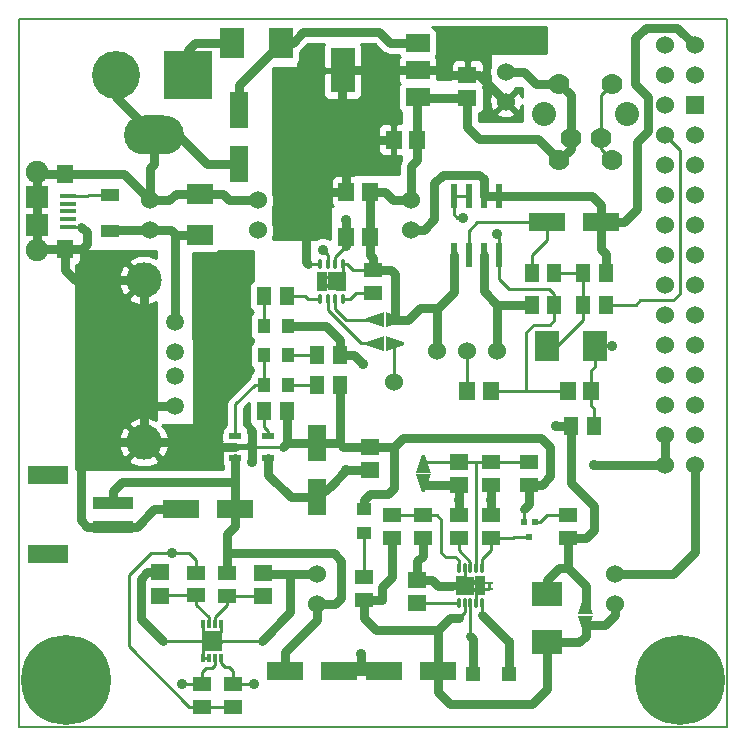
<source format=gtl>
G04 (created by PCBNEW (2013-03-15 BZR 4003)-stable) date 24-Aug-13 4:32:32 PM*
%MOIN*%
G04 Gerber Fmt 3.4, Leading zero omitted, Abs format*
%FSLAX34Y34*%
G01*
G70*
G90*
G04 APERTURE LIST*
%ADD10C,0*%
%ADD11C,0.00590551*%
%ADD12R,0.0531496X0.0610236*%
%ADD13R,0.064X0.12*%
%ADD14R,0.12X0.064*%
%ADD15R,0.0610236X0.0531496*%
%ADD16R,0.0511811X0.0511811*%
%ADD17R,0.0512X0.059*%
%ADD18R,0.059X0.0512*%
%ADD19C,0.07*%
%ADD20C,0.08*%
%ADD21R,0.0433071X0.023622*%
%ADD22R,0.0787402X0.0984252*%
%ADD23R,0.0874016X0.0688976*%
%ADD24R,0.04X0.05*%
%ADD25R,0.0984252X0.0787402*%
%ADD26R,0.05X0.04*%
%ADD27R,0.0629921X0.0393701*%
%ADD28R,0.1337X0.059*%
%ADD29R,0.1377X0.0392*%
%ADD30C,0.06*%
%ADD31R,0.06X0.06*%
%ADD32C,0.16*%
%ADD33R,0.16X0.16*%
%ADD34O,0.2X0.13*%
%ADD35R,0.024X0.08*%
%ADD36R,0.054X0.016*%
%ADD37R,0.056X0.063*%
%ADD38R,0.075X0.075*%
%ADD39C,0.075*%
%ADD40O,0.0110236X0.0334646*%
%ADD41R,0.0299213X0.0645669*%
%ADD42R,0.0322835X0.0322835*%
%ADD43R,0.0275591X0.0110236*%
%ADD44C,0.0591*%
%ADD45C,0.1181*%
%ADD46O,0.0137795X0.0334646*%
%ADD47R,0.0299213X0.0649606*%
%ADD48R,0.0322835X0.0324803*%
%ADD49R,0.011811X0.0275591*%
%ADD50R,0.0322835X0.0346457*%
%ADD51C,0.3*%
%ADD52R,0.019685X0.023622*%
%ADD53R,0.08X0.15*%
%ADD54R,0.08X0.06*%
%ADD55C,0.035*%
%ADD56C,0.01*%
%ADD57C,0.03*%
%ADD58C,0.02*%
G04 APERTURE END LIST*
G54D10*
G54D11*
X34547Y-31003D02*
X34547Y-7381D01*
X58169Y-31003D02*
X34547Y-31003D01*
X58169Y-7381D02*
X58169Y-31003D01*
X34547Y-7381D02*
X58169Y-7381D01*
G54D12*
X47834Y-11417D03*
X47047Y-11417D03*
G54D13*
X44488Y-23340D03*
X44488Y-21540D03*
G54D14*
X41746Y-23720D03*
X39946Y-23720D03*
G54D15*
X49212Y-22145D03*
X49212Y-22933D03*
X47834Y-26082D03*
X47834Y-26870D03*
G54D14*
X43430Y-29133D03*
X45230Y-29133D03*
G54D16*
X50885Y-29232D03*
X49704Y-29232D03*
G54D17*
X45256Y-18602D03*
X44506Y-18602D03*
X44506Y-19586D03*
X45256Y-19586D03*
X42735Y-20472D03*
X43485Y-20472D03*
G54D18*
X50295Y-22914D03*
X50295Y-22164D03*
X52854Y-24686D03*
X52854Y-23936D03*
X49212Y-23936D03*
X49212Y-24686D03*
X50295Y-23936D03*
X50295Y-24686D03*
X46988Y-24686D03*
X46988Y-23936D03*
X46062Y-26752D03*
X46062Y-26002D03*
X46358Y-16516D03*
X46358Y-15766D03*
G54D17*
X43485Y-16633D03*
X42735Y-16633D03*
G54D18*
X51574Y-22164D03*
X51574Y-22914D03*
X48011Y-23936D03*
X48011Y-24686D03*
X41496Y-25865D03*
X41496Y-26615D03*
G54D10*
G36*
X53394Y-26638D02*
X53494Y-26638D01*
X53694Y-27238D01*
X53194Y-27238D01*
X53394Y-26638D01*
X53394Y-26638D01*
G37*
G36*
X53194Y-27288D02*
X53694Y-27288D01*
X53494Y-27888D01*
X53394Y-27888D01*
X53194Y-27288D01*
X53194Y-27288D01*
G37*
G36*
X47981Y-21914D02*
X48081Y-21914D01*
X48281Y-22514D01*
X47781Y-22514D01*
X47981Y-21914D01*
X47981Y-21914D01*
G37*
G36*
X47781Y-22564D02*
X48281Y-22564D01*
X48081Y-23164D01*
X47981Y-23164D01*
X47781Y-22564D01*
X47781Y-22564D01*
G37*
G54D19*
X54319Y-9547D03*
X52569Y-9547D03*
G54D20*
X54819Y-10547D03*
X52069Y-10547D03*
G54D19*
X52569Y-12097D03*
X54319Y-12097D03*
X52944Y-11347D03*
X53944Y-11347D03*
G54D21*
X41771Y-21279D03*
X41771Y-22027D03*
X41771Y-21653D03*
X42874Y-22027D03*
X42874Y-21279D03*
G54D14*
X48518Y-29133D03*
X46718Y-29133D03*
G54D12*
X46259Y-13149D03*
X45472Y-13149D03*
X46259Y-14665D03*
X45472Y-14665D03*
G54D13*
X41889Y-10438D03*
X41889Y-12238D03*
G54D15*
X49507Y-9251D03*
X49507Y-10039D03*
X46259Y-21653D03*
X46259Y-22440D03*
G54D12*
X49507Y-19783D03*
X50295Y-19783D03*
G54D14*
X53951Y-14173D03*
X52151Y-14173D03*
G54D15*
X42677Y-25846D03*
X42677Y-26633D03*
X39271Y-25826D03*
X39271Y-26614D03*
G54D12*
X53641Y-19783D03*
X52854Y-19783D03*
G54D22*
X43287Y-8188D03*
X41673Y-8188D03*
G54D23*
X40604Y-13214D03*
X40604Y-14592D03*
G54D24*
X42710Y-19586D03*
X43510Y-19586D03*
X43510Y-18602D03*
X42710Y-18602D03*
G54D25*
X52165Y-26555D03*
X52165Y-28169D03*
G54D26*
X46062Y-24514D03*
X46062Y-23714D03*
G54D24*
X43510Y-17618D03*
X42710Y-17618D03*
G54D22*
X53759Y-18307D03*
X52145Y-18307D03*
G54D27*
X37604Y-14443D03*
X37604Y-13262D03*
G54D28*
X35511Y-22599D03*
G54D29*
X37696Y-23524D03*
X37696Y-24310D03*
G54D28*
X35511Y-25235D03*
G54D30*
X48507Y-18444D03*
X49507Y-18444D03*
X50507Y-18444D03*
X50787Y-10145D03*
X50787Y-9145D03*
X42519Y-14437D03*
X42519Y-13437D03*
X44488Y-26877D03*
X44488Y-25877D03*
X54429Y-26877D03*
X54429Y-25877D03*
X47618Y-14437D03*
X47618Y-13437D03*
X56084Y-8271D03*
X57084Y-8271D03*
X56084Y-9271D03*
X57084Y-9271D03*
X56084Y-10271D03*
G54D31*
X57084Y-10271D03*
G54D30*
X56084Y-11271D03*
X57084Y-11271D03*
X56084Y-12271D03*
X57084Y-12271D03*
X56084Y-13271D03*
X57084Y-13271D03*
X56084Y-14271D03*
X57084Y-14271D03*
X56084Y-15271D03*
X57084Y-15271D03*
X56084Y-16271D03*
X57084Y-16271D03*
X56084Y-17271D03*
X57084Y-17271D03*
X56084Y-18271D03*
X57084Y-18271D03*
X56084Y-19271D03*
X57084Y-19271D03*
X56084Y-20271D03*
X57084Y-20271D03*
G54D32*
X37795Y-9251D03*
G54D33*
X40195Y-9251D03*
G54D34*
X39045Y-11251D03*
G54D35*
X49053Y-13301D03*
X49053Y-15242D03*
X49553Y-13301D03*
X50053Y-13301D03*
X50553Y-13301D03*
X49553Y-15242D03*
X50053Y-15242D03*
X50553Y-15242D03*
G54D18*
X40472Y-25845D03*
X40472Y-26595D03*
X41692Y-30315D03*
X41692Y-29565D03*
X40669Y-30315D03*
X40669Y-29565D03*
G54D17*
X52971Y-20964D03*
X53721Y-20964D03*
X51652Y-16929D03*
X52402Y-16929D03*
X54115Y-15846D03*
X53365Y-15846D03*
X53365Y-16929D03*
X54115Y-16929D03*
X52402Y-15846D03*
X51652Y-15846D03*
G54D10*
G36*
X46126Y-18258D02*
X46126Y-18158D01*
X46726Y-17958D01*
X46726Y-18458D01*
X46126Y-18258D01*
X46126Y-18258D01*
G37*
G36*
X46776Y-18458D02*
X46776Y-17958D01*
X47376Y-18158D01*
X47376Y-18258D01*
X46776Y-18458D01*
X46776Y-18458D01*
G37*
G36*
X46126Y-17471D02*
X46126Y-17371D01*
X46726Y-17171D01*
X46726Y-17671D01*
X46126Y-17471D01*
X46126Y-17471D01*
G37*
G36*
X46776Y-17671D02*
X46776Y-17171D01*
X47376Y-17371D01*
X47376Y-17471D01*
X46776Y-17671D01*
X46776Y-17671D01*
G37*
G54D30*
X47047Y-19488D03*
G54D36*
X36200Y-13799D03*
X36200Y-14055D03*
X36200Y-14311D03*
X36200Y-13543D03*
X36200Y-13287D03*
G54D37*
X36100Y-12549D03*
X36100Y-15049D03*
G54D38*
X35150Y-13324D03*
X35150Y-14274D03*
G54D39*
X35150Y-12499D03*
X35150Y-15099D03*
G54D40*
X50000Y-25698D03*
X49803Y-25698D03*
X49606Y-25698D03*
X49409Y-25698D03*
X49212Y-25698D03*
X49212Y-26860D03*
X49409Y-26860D03*
X49606Y-26860D03*
X49803Y-26860D03*
X50000Y-26860D03*
G54D41*
X49606Y-26279D03*
G54D42*
X49299Y-26440D03*
X49299Y-26118D03*
X49913Y-26118D03*
X49913Y-26440D03*
G54D43*
X49000Y-26181D03*
X49000Y-26377D03*
X50212Y-26181D03*
X50212Y-26377D03*
G54D44*
X39763Y-20297D03*
X39763Y-19297D03*
X39763Y-18497D03*
X39763Y-17497D03*
G54D45*
X38713Y-21497D03*
X38713Y-16097D03*
G54D46*
X45364Y-15561D03*
X45108Y-15561D03*
X44852Y-15561D03*
X44596Y-15561D03*
X44596Y-16722D03*
X44852Y-16722D03*
X45106Y-16722D03*
X45364Y-16722D03*
G54D47*
X44980Y-16141D03*
G54D48*
X44673Y-16304D03*
X44673Y-15979D03*
X45287Y-15979D03*
X45287Y-16304D03*
G54D49*
X41280Y-27551D03*
X41083Y-27551D03*
X40887Y-27551D03*
X40690Y-27551D03*
X40690Y-28693D03*
X40887Y-28693D03*
X41083Y-28693D03*
X41280Y-28693D03*
G54D50*
X41146Y-28295D03*
X40824Y-28295D03*
X41146Y-27949D03*
X40824Y-27949D03*
G54D51*
X36122Y-29429D03*
X56594Y-29429D03*
G54D52*
X51771Y-24153D03*
X51574Y-24665D03*
X51377Y-24153D03*
G54D30*
X38937Y-14437D03*
X38937Y-13437D03*
X56084Y-21271D03*
X56084Y-22271D03*
X57084Y-21271D03*
X57084Y-22271D03*
G54D53*
X45350Y-9100D03*
G54D54*
X47850Y-9100D03*
X47850Y-8200D03*
X47850Y-10000D03*
G54D55*
X39675Y-25196D03*
X45472Y-22440D03*
X46023Y-18897D03*
X44685Y-15078D03*
X52460Y-20964D03*
X45472Y-14094D03*
X53740Y-22273D03*
X39980Y-29566D03*
X42401Y-29566D03*
X50885Y-28149D03*
X49212Y-23425D03*
X50295Y-23425D03*
X41240Y-21653D03*
X41240Y-21161D03*
X40748Y-21161D03*
X40748Y-21653D03*
X40748Y-22145D03*
X41240Y-22145D03*
X42322Y-21161D03*
X42322Y-22145D03*
X45974Y-28562D03*
X54330Y-18307D03*
X50492Y-14566D03*
X49350Y-14015D03*
G54D56*
X40472Y-25845D02*
X40472Y-25433D01*
X40237Y-30315D02*
X40669Y-30315D01*
X38228Y-28307D02*
X40237Y-30315D01*
X38228Y-25925D02*
X38228Y-28307D01*
X38956Y-25196D02*
X38228Y-25925D01*
X40236Y-25196D02*
X39675Y-25196D01*
X39675Y-25196D02*
X38956Y-25196D01*
X40472Y-25433D02*
X40236Y-25196D01*
X40669Y-30315D02*
X41692Y-30315D01*
X49409Y-26860D02*
X49409Y-27165D01*
G54D57*
X49212Y-27362D02*
X48917Y-27362D01*
X48518Y-27761D02*
X48917Y-27362D01*
X48518Y-27761D02*
X48518Y-27765D01*
G54D56*
X49409Y-27165D02*
X49212Y-27362D01*
G54D57*
X46062Y-26752D02*
X46062Y-27362D01*
X46466Y-27765D02*
X48518Y-27765D01*
X46062Y-27362D02*
X46466Y-27765D01*
X48518Y-29133D02*
X48518Y-27765D01*
X52165Y-28169D02*
X52165Y-29714D01*
X48518Y-29817D02*
X48518Y-29133D01*
X48917Y-30216D02*
X48518Y-29817D01*
X51663Y-30216D02*
X48917Y-30216D01*
X52165Y-29714D02*
X51663Y-30216D01*
X52165Y-28169D02*
X53228Y-28169D01*
X53228Y-28169D02*
X53444Y-27952D01*
X53444Y-27952D02*
X53444Y-27588D01*
X54429Y-26877D02*
X54429Y-27263D01*
X54429Y-27263D02*
X54104Y-27588D01*
X54104Y-27588D02*
X53444Y-27588D01*
X46988Y-24686D02*
X46988Y-25984D01*
X46653Y-26318D02*
X46653Y-26771D01*
X46988Y-25984D02*
X46653Y-26318D01*
X46653Y-26771D02*
X46081Y-26771D01*
X46081Y-26771D02*
X46062Y-26752D01*
X53466Y-27566D02*
X53444Y-27588D01*
X47850Y-9100D02*
X45350Y-9100D01*
X49507Y-9251D02*
X48838Y-9251D01*
X48686Y-9100D02*
X47850Y-9100D01*
X48838Y-9251D02*
X48686Y-9100D01*
X45472Y-13149D02*
X44645Y-13149D01*
X44645Y-13149D02*
X44133Y-13661D01*
X45314Y-11417D02*
X45314Y-11938D01*
X45472Y-12096D02*
X45472Y-13149D01*
X45314Y-11938D02*
X45472Y-12096D01*
X45314Y-11417D02*
X45314Y-9135D01*
X45314Y-9135D02*
X45350Y-9100D01*
X49507Y-9251D02*
X49893Y-9251D01*
X49893Y-9251D02*
X50787Y-10145D01*
X44133Y-15501D02*
X44133Y-13661D01*
G54D56*
X44596Y-15561D02*
X44192Y-15561D01*
G54D57*
X44192Y-15561D02*
X44133Y-15501D01*
X45314Y-11417D02*
X47047Y-11417D01*
X50053Y-15242D02*
X50053Y-16474D01*
X50053Y-16474D02*
X50507Y-16929D01*
X52165Y-26555D02*
X52165Y-26082D01*
X52165Y-26082D02*
X52559Y-25688D01*
X53444Y-26938D02*
X53444Y-26279D01*
X53444Y-26279D02*
X52854Y-25688D01*
X52854Y-24686D02*
X52854Y-25688D01*
X52854Y-25688D02*
X52559Y-25688D01*
X50507Y-18444D02*
X50507Y-16929D01*
X50507Y-16929D02*
X51652Y-16929D01*
X44488Y-23340D02*
X43616Y-23340D01*
X43616Y-23340D02*
X42874Y-22598D01*
X46259Y-22440D02*
X45472Y-22440D01*
X45728Y-18602D02*
X45256Y-18602D01*
X46023Y-18897D02*
X45728Y-18602D01*
G54D56*
X44685Y-15078D02*
X44852Y-15246D01*
G54D57*
X52460Y-20964D02*
X52971Y-20964D01*
X52854Y-24686D02*
X53463Y-24686D01*
X53463Y-24686D02*
X53740Y-24409D01*
X53740Y-24409D02*
X53740Y-23622D01*
X53740Y-23622D02*
X52971Y-22853D01*
X52971Y-22853D02*
X52971Y-20964D01*
X45256Y-18602D02*
X45256Y-18091D01*
X44783Y-17618D02*
X43510Y-17618D01*
X45256Y-18091D02*
X44783Y-17618D01*
G54D56*
X44852Y-15561D02*
X44852Y-15246D01*
G54D57*
X44488Y-23340D02*
X44966Y-22947D01*
X44966Y-22947D02*
X45472Y-22440D01*
X42874Y-22027D02*
X42874Y-22598D01*
X55157Y-13740D02*
X55157Y-11505D01*
X55157Y-11505D02*
X55521Y-11141D01*
X55157Y-13740D02*
X54724Y-14173D01*
X55521Y-11141D02*
X55521Y-9990D01*
X56490Y-7677D02*
X55442Y-7677D01*
X56490Y-7677D02*
X57084Y-8271D01*
X55521Y-9990D02*
X55078Y-9547D01*
X55078Y-9547D02*
X55078Y-8041D01*
X55078Y-8041D02*
X55442Y-7677D01*
X54724Y-14173D02*
X53951Y-14173D01*
X57084Y-8271D02*
X57068Y-8277D01*
X50053Y-13301D02*
X50053Y-12730D01*
X50053Y-12730D02*
X49901Y-12578D01*
X49901Y-12578D02*
X48681Y-12578D01*
X48043Y-14437D02*
X47618Y-14437D01*
X48405Y-14074D02*
X48043Y-14437D01*
X48405Y-12854D02*
X48405Y-14074D01*
X48681Y-12578D02*
X48405Y-12854D01*
X54115Y-15846D02*
X54115Y-15237D01*
X54115Y-15237D02*
X53951Y-15073D01*
X53951Y-15073D02*
X53951Y-14173D01*
X50553Y-13301D02*
X53655Y-13301D01*
X53655Y-13301D02*
X53951Y-13596D01*
X53951Y-13596D02*
X53951Y-14173D01*
X50053Y-13301D02*
X50553Y-13301D01*
X40604Y-14592D02*
X39763Y-14592D01*
X39763Y-14592D02*
X39763Y-14566D01*
X39763Y-17497D02*
X39763Y-14566D01*
X39633Y-14437D02*
X38937Y-14437D01*
X39763Y-14566D02*
X39633Y-14437D01*
X45472Y-14665D02*
X45472Y-14094D01*
X38937Y-14437D02*
X37611Y-14437D01*
X37611Y-14437D02*
X37604Y-14443D01*
G54D56*
X45108Y-15561D02*
X45108Y-15324D01*
G54D57*
X45472Y-14960D02*
X45472Y-14665D01*
G54D56*
X45108Y-15324D02*
X45472Y-14960D01*
X46426Y-18208D02*
X45964Y-18208D01*
X44852Y-17096D02*
X44852Y-16722D01*
X45964Y-18208D02*
X44852Y-17096D01*
X46426Y-17421D02*
X45472Y-17421D01*
X45106Y-17055D02*
X45106Y-16722D01*
X45472Y-17421D02*
X45106Y-17055D01*
X51574Y-24665D02*
X51043Y-24665D01*
X51022Y-24686D02*
X50295Y-24686D01*
X51043Y-24665D02*
X51022Y-24686D01*
X50000Y-25698D02*
X50000Y-25393D01*
X50295Y-25098D02*
X50295Y-24686D01*
X50000Y-25393D02*
X50295Y-25098D01*
X48051Y-23936D02*
X48483Y-23936D01*
X49212Y-25433D02*
X49212Y-25698D01*
X49094Y-25314D02*
X49212Y-25433D01*
X48779Y-25314D02*
X49094Y-25314D01*
X48641Y-24094D02*
X48641Y-25177D01*
X48483Y-23936D02*
X48641Y-24094D01*
X46988Y-23936D02*
X48051Y-23936D01*
X48641Y-25177D02*
X48779Y-25314D01*
X56584Y-16545D02*
X56584Y-11771D01*
X56584Y-11771D02*
X56084Y-11271D01*
X55275Y-16771D02*
X56358Y-16771D01*
X56358Y-16771D02*
X56584Y-16545D01*
X55275Y-16771D02*
X55118Y-16929D01*
X54115Y-16929D02*
X55118Y-16929D01*
X45364Y-16722D02*
X45580Y-16722D01*
X45786Y-16516D02*
X46358Y-16516D01*
X45580Y-16722D02*
X45786Y-16516D01*
X49606Y-26860D02*
X49606Y-27952D01*
G54D57*
X49606Y-27952D02*
X49704Y-28051D01*
X49704Y-28051D02*
X49704Y-29232D01*
G54D56*
X42874Y-21279D02*
X42874Y-21122D01*
X42735Y-20983D02*
X42735Y-20472D01*
X42874Y-21122D02*
X42735Y-20983D01*
X49606Y-25698D02*
X49606Y-25492D01*
X49212Y-25098D02*
X49212Y-24686D01*
X49606Y-25492D02*
X49212Y-25098D01*
G54D57*
X56084Y-22271D02*
X53742Y-22271D01*
X53742Y-22271D02*
X53740Y-22273D01*
X56084Y-21271D02*
X56084Y-22271D01*
X40195Y-9251D02*
X40195Y-8426D01*
X40433Y-8188D02*
X41673Y-8188D01*
X40195Y-8426D02*
X40433Y-8188D01*
G54D56*
X39980Y-29566D02*
X39981Y-29565D01*
X40669Y-29565D02*
X39981Y-29565D01*
X41083Y-28693D02*
X41083Y-28916D01*
X41083Y-28916D02*
X40984Y-29015D01*
X40984Y-29015D02*
X40807Y-29015D01*
X40807Y-29015D02*
X40669Y-29153D01*
X40669Y-29153D02*
X40669Y-29565D01*
X42401Y-29566D02*
X42400Y-29565D01*
X42400Y-29565D02*
X41692Y-29565D01*
X41280Y-28693D02*
X41280Y-28859D01*
X41280Y-28859D02*
X41417Y-28996D01*
X41417Y-28996D02*
X41555Y-28996D01*
X41555Y-28996D02*
X41692Y-29133D01*
X41692Y-29133D02*
X41692Y-29565D01*
X42710Y-19586D02*
X42710Y-18602D01*
X41771Y-21279D02*
X41771Y-20236D01*
X42421Y-19586D02*
X42710Y-19586D01*
X41771Y-20236D02*
X42421Y-19586D01*
X50295Y-22164D02*
X51574Y-22164D01*
X49803Y-25698D02*
X49803Y-22164D01*
X50295Y-22164D02*
X49803Y-22164D01*
X49803Y-22164D02*
X49231Y-22164D01*
X49231Y-22164D02*
X49212Y-22145D01*
X49212Y-22145D02*
X48100Y-22145D01*
X48100Y-22145D02*
X48031Y-22214D01*
X49212Y-26860D02*
X47844Y-26860D01*
X47844Y-26860D02*
X47834Y-26870D01*
G54D57*
X41771Y-22834D02*
X37992Y-22834D01*
X37696Y-23130D02*
X37696Y-23524D01*
X37992Y-22834D02*
X37696Y-23130D01*
X41771Y-22027D02*
X41771Y-22834D01*
X41771Y-22834D02*
X41771Y-23695D01*
X41771Y-23695D02*
X41746Y-23720D01*
G54D56*
X50000Y-26860D02*
X50000Y-27263D01*
G54D57*
X50000Y-27263D02*
X50885Y-28149D01*
X43430Y-29133D02*
X43430Y-28488D01*
X44488Y-27431D02*
X44488Y-26877D01*
X43430Y-28488D02*
X44488Y-27431D01*
X50885Y-29232D02*
X50885Y-28149D01*
X41746Y-23720D02*
X41746Y-24296D01*
X41496Y-24547D02*
X41496Y-25865D01*
X41746Y-24296D02*
X41496Y-24547D01*
X44488Y-26877D02*
X45100Y-26877D01*
X45049Y-25196D02*
X41496Y-25196D01*
X45295Y-25442D02*
X45049Y-25196D01*
X45295Y-26683D02*
X45295Y-25442D01*
X45100Y-26877D02*
X45295Y-26683D01*
X41496Y-25196D02*
X41496Y-25865D01*
X50295Y-23936D02*
X50295Y-23425D01*
X49212Y-23936D02*
X49212Y-23425D01*
X49212Y-23425D02*
X49212Y-22933D01*
X50295Y-23936D02*
X50295Y-22914D01*
X49212Y-22933D02*
X48100Y-22933D01*
X48100Y-22933D02*
X48031Y-22864D01*
X57084Y-22271D02*
X57084Y-25159D01*
X57084Y-25159D02*
X56366Y-25877D01*
X49507Y-10039D02*
X47889Y-10039D01*
X47889Y-10039D02*
X47850Y-10000D01*
X49507Y-10039D02*
X49507Y-11003D01*
X49901Y-11397D02*
X51870Y-11397D01*
X51870Y-11397D02*
X52569Y-12097D01*
X49507Y-11003D02*
X49901Y-11397D01*
X47834Y-11417D02*
X47834Y-10015D01*
X47834Y-10015D02*
X47850Y-10000D01*
X56366Y-25877D02*
X54429Y-25877D01*
X38937Y-13437D02*
X39555Y-13437D01*
X39555Y-13437D02*
X39777Y-13214D01*
X38053Y-12553D02*
X38937Y-13437D01*
X38929Y-12349D02*
X38937Y-13437D01*
X42519Y-13437D02*
X41566Y-13437D01*
X41566Y-13437D02*
X41344Y-13214D01*
X39045Y-11251D02*
X39854Y-11251D01*
X40840Y-12238D02*
X41889Y-12238D01*
X39854Y-11251D02*
X40840Y-12238D01*
G54D56*
X51377Y-24153D02*
X51377Y-23740D01*
G54D57*
X51377Y-23740D02*
X51574Y-23543D01*
X51574Y-23543D02*
X51574Y-22914D01*
X38713Y-16097D02*
X36432Y-16097D01*
X36100Y-15766D02*
X36100Y-15049D01*
X36432Y-16097D02*
X36100Y-15766D01*
X36100Y-15049D02*
X36663Y-15049D01*
X36663Y-15049D02*
X36830Y-14881D01*
X36830Y-14881D02*
X36830Y-14507D01*
X36830Y-14507D02*
X36633Y-14311D01*
G54D56*
X36633Y-14311D02*
X36200Y-14311D01*
X39362Y-28122D02*
X40650Y-28122D01*
G54D57*
X38622Y-26043D02*
X38622Y-27381D01*
X38838Y-25826D02*
X38622Y-26043D01*
X39271Y-25826D02*
X38838Y-25826D01*
X39362Y-28122D02*
X38622Y-27381D01*
G54D56*
X40650Y-28122D02*
X40824Y-27949D01*
X42645Y-28122D02*
X41320Y-28122D01*
X41320Y-28122D02*
X41146Y-28295D01*
G54D57*
X42645Y-28122D02*
X43602Y-27165D01*
X43602Y-25877D02*
X43602Y-27165D01*
G54D56*
X40887Y-28693D02*
X40690Y-28693D01*
X40690Y-28693D02*
X40690Y-28429D01*
X40690Y-28429D02*
X40824Y-28295D01*
X41280Y-27551D02*
X41280Y-27815D01*
X41280Y-27815D02*
X41146Y-27949D01*
X40690Y-27551D02*
X40690Y-27815D01*
X40690Y-27815D02*
X40824Y-27949D01*
G54D57*
X41771Y-21653D02*
X41240Y-21653D01*
X41240Y-21161D02*
X40748Y-21161D01*
X40748Y-21653D02*
X40748Y-22145D01*
X41240Y-22145D02*
X41240Y-21653D01*
X42322Y-21653D02*
X42322Y-22145D01*
X42322Y-21653D02*
X42322Y-21161D01*
G54D56*
X45364Y-15561D02*
X45364Y-15902D01*
X45364Y-15902D02*
X45287Y-15979D01*
X45287Y-15979D02*
X45142Y-15979D01*
X45142Y-15979D02*
X44980Y-16141D01*
X45287Y-16304D02*
X45142Y-16304D01*
X45142Y-16304D02*
X44980Y-16141D01*
X44673Y-16304D02*
X44817Y-16304D01*
X44817Y-16304D02*
X44980Y-16141D01*
X44673Y-15979D02*
X44817Y-15979D01*
X44817Y-15979D02*
X44980Y-16141D01*
X49803Y-26860D02*
X49803Y-26551D01*
X49803Y-26551D02*
X49913Y-26440D01*
X50212Y-26377D02*
X49976Y-26377D01*
X49976Y-26377D02*
X49913Y-26440D01*
X49299Y-26440D02*
X49444Y-26440D01*
X49444Y-26440D02*
X49606Y-26279D01*
X49913Y-26118D02*
X49767Y-26118D01*
X49767Y-26118D02*
X49606Y-26279D01*
X49913Y-26440D02*
X49767Y-26440D01*
X49767Y-26440D02*
X49606Y-26279D01*
X49299Y-26118D02*
X49444Y-26118D01*
X49444Y-26118D02*
X49606Y-26279D01*
X49409Y-25698D02*
X49409Y-26007D01*
X49409Y-26007D02*
X49299Y-26118D01*
X49000Y-26181D02*
X49236Y-26181D01*
X49236Y-26181D02*
X49299Y-26118D01*
G54D57*
X47834Y-26082D02*
X48326Y-26082D01*
X48523Y-26279D02*
X49000Y-26279D01*
X48326Y-26082D02*
X48523Y-26279D01*
G54D56*
X49000Y-26181D02*
X49000Y-26279D01*
X49000Y-26279D02*
X49000Y-26377D01*
X50212Y-26181D02*
X50212Y-26377D01*
G54D57*
X45974Y-28562D02*
X45974Y-29133D01*
X46718Y-29133D02*
X45974Y-29133D01*
X45974Y-29133D02*
X45230Y-29133D01*
X49053Y-15242D02*
X49053Y-16507D01*
X49053Y-16507D02*
X48533Y-17027D01*
X37696Y-24310D02*
X38484Y-24310D01*
X38484Y-24310D02*
X39074Y-23720D01*
X39074Y-23720D02*
X39946Y-23720D01*
X38713Y-21497D02*
X37163Y-21497D01*
X36830Y-24310D02*
X37696Y-24310D01*
X36614Y-24094D02*
X36830Y-24310D01*
X36614Y-22047D02*
X36614Y-24094D01*
X37163Y-21497D02*
X36614Y-22047D01*
X44488Y-25877D02*
X43602Y-25877D01*
X43602Y-25877D02*
X42708Y-25877D01*
X42708Y-25877D02*
X42677Y-25846D01*
X48533Y-17027D02*
X48507Y-17027D01*
X47618Y-13437D02*
X47618Y-12303D01*
X47834Y-12086D02*
X47834Y-11417D01*
X47618Y-12303D02*
X47834Y-12086D01*
X46259Y-13149D02*
X46751Y-13149D01*
X47039Y-13437D02*
X47618Y-13437D01*
X46751Y-13149D02*
X47039Y-13437D01*
X50787Y-9145D02*
X51389Y-9145D01*
X51791Y-9547D02*
X52569Y-9547D01*
X51389Y-9145D02*
X51791Y-9547D01*
X40604Y-13214D02*
X41344Y-13214D01*
X39777Y-13214D02*
X40604Y-13214D01*
X36100Y-12549D02*
X38053Y-12553D01*
X45256Y-21534D02*
X44494Y-21534D01*
X44494Y-21534D02*
X44488Y-21540D01*
X45256Y-19586D02*
X45256Y-21534D01*
X45375Y-21653D02*
X46259Y-21653D01*
X45256Y-21534D02*
X45375Y-21653D01*
X43485Y-21515D02*
X44462Y-21515D01*
X44462Y-21515D02*
X44488Y-21540D01*
G54D56*
X42322Y-21653D02*
X43366Y-21653D01*
G54D57*
X43485Y-21534D02*
X43485Y-21515D01*
X43485Y-21515D02*
X43485Y-20472D01*
X43366Y-21653D02*
X43485Y-21534D01*
X48011Y-24686D02*
X48011Y-25275D01*
X47834Y-25452D02*
X47834Y-26082D01*
X48011Y-25275D02*
X47834Y-25452D01*
X39763Y-20297D02*
X38713Y-20297D01*
X47047Y-21653D02*
X47047Y-23031D01*
X46850Y-23228D02*
X47047Y-23031D01*
X46259Y-23228D02*
X46850Y-23228D01*
X46062Y-23425D02*
X46259Y-23228D01*
X46062Y-23425D02*
X46062Y-23714D01*
X46259Y-21653D02*
X47047Y-21653D01*
X51987Y-22914D02*
X52263Y-22637D01*
X51987Y-22914D02*
X51574Y-22914D01*
X51968Y-21358D02*
X47342Y-21358D01*
X52263Y-21653D02*
X51968Y-21358D01*
X52263Y-22637D02*
X52263Y-21653D01*
X47342Y-21358D02*
X47047Y-21653D01*
X52944Y-11347D02*
X52944Y-11722D01*
X52944Y-11722D02*
X52569Y-12097D01*
X52944Y-11347D02*
X52944Y-9922D01*
X52944Y-9922D02*
X52569Y-9547D01*
X47076Y-17421D02*
X47539Y-17421D01*
X47539Y-17421D02*
X47933Y-17027D01*
X47933Y-17027D02*
X48507Y-17027D01*
X48507Y-18444D02*
X48507Y-17027D01*
X39045Y-11251D02*
X39045Y-12234D01*
X39045Y-12234D02*
X38929Y-12349D01*
X38713Y-21497D02*
X38713Y-20297D01*
X38713Y-20297D02*
X38713Y-16097D01*
G54D56*
X41240Y-21653D02*
X40354Y-21653D01*
G54D57*
X40198Y-21497D02*
X38713Y-21497D01*
X40354Y-21653D02*
X40198Y-21497D01*
X46259Y-14665D02*
X46259Y-13149D01*
X46358Y-15766D02*
X46358Y-15354D01*
X46259Y-15255D02*
X46259Y-14665D01*
X46358Y-15354D02*
X46259Y-15255D01*
X46358Y-15766D02*
X46967Y-15766D01*
X47076Y-15876D02*
X47076Y-17421D01*
X46967Y-15766D02*
X47076Y-15876D01*
G54D56*
X45364Y-15561D02*
X45482Y-15561D01*
X45482Y-15561D02*
X45687Y-15766D01*
X45687Y-15766D02*
X46358Y-15766D01*
G54D58*
X41771Y-21653D02*
X42322Y-21653D01*
G54D57*
X35150Y-13324D02*
X35150Y-12499D01*
X35150Y-14274D02*
X35150Y-13324D01*
X35150Y-15099D02*
X35150Y-14274D01*
X36100Y-15049D02*
X35200Y-15049D01*
X35200Y-15049D02*
X35150Y-15099D01*
X36100Y-12549D02*
X35200Y-12549D01*
X35200Y-12549D02*
X35150Y-12499D01*
X49468Y-10000D02*
X49507Y-10039D01*
X47850Y-11401D02*
X47834Y-11417D01*
X37795Y-9251D02*
X37795Y-10001D01*
X37795Y-10001D02*
X39045Y-11251D01*
G54D56*
X43510Y-19586D02*
X44506Y-19586D01*
X52145Y-18307D02*
X52500Y-18307D01*
X53365Y-17441D02*
X53365Y-16929D01*
X52500Y-18307D02*
X53365Y-17441D01*
X52402Y-15846D02*
X53365Y-15846D01*
X53365Y-15846D02*
X53365Y-16929D01*
X52151Y-14173D02*
X49822Y-14173D01*
X49553Y-14442D02*
X49553Y-15242D01*
X49822Y-14173D02*
X49553Y-14442D01*
X51652Y-15846D02*
X51652Y-15256D01*
X52151Y-14758D02*
X52151Y-14173D01*
X51652Y-15256D02*
X52151Y-14758D01*
X54330Y-18307D02*
X53759Y-18307D01*
X53944Y-11347D02*
X53944Y-11722D01*
X53944Y-11722D02*
X54319Y-12097D01*
X53944Y-11347D02*
X53944Y-9922D01*
X53944Y-9922D02*
X54319Y-9547D01*
X53641Y-19783D02*
X53641Y-19094D01*
X53641Y-19094D02*
X53759Y-18976D01*
X53759Y-18976D02*
X53759Y-18307D01*
X53721Y-20964D02*
X53721Y-20355D01*
X53641Y-20275D02*
X53641Y-19783D01*
X53721Y-20355D02*
X53641Y-20275D01*
X51456Y-19783D02*
X51456Y-17834D01*
X51456Y-17834D02*
X51712Y-17578D01*
X51712Y-17578D02*
X52244Y-17578D01*
X52244Y-17578D02*
X52402Y-17420D01*
X52402Y-17420D02*
X52402Y-16929D01*
X52224Y-16377D02*
X50885Y-16377D01*
X52402Y-16556D02*
X52224Y-16377D01*
X52402Y-16929D02*
X52402Y-16556D01*
X50885Y-16377D02*
X50553Y-16045D01*
X50553Y-16045D02*
X50553Y-15242D01*
X49350Y-14015D02*
X49173Y-14015D01*
X49053Y-13895D02*
X49053Y-13301D01*
X49173Y-14015D02*
X49053Y-13895D01*
X50295Y-19783D02*
X51456Y-19783D01*
X51456Y-19783D02*
X52854Y-19783D01*
X50553Y-15242D02*
X50553Y-14627D01*
X50553Y-14627D02*
X50492Y-14566D01*
X49053Y-13301D02*
X49553Y-13301D01*
X43510Y-18602D02*
X44506Y-18602D01*
X49507Y-19783D02*
X49507Y-18444D01*
G54D57*
X43287Y-8188D02*
X43681Y-8188D01*
X46940Y-8200D02*
X47850Y-8200D01*
X46574Y-7834D02*
X46940Y-8200D01*
X44035Y-7834D02*
X46574Y-7834D01*
X43681Y-8188D02*
X44035Y-7834D01*
X41889Y-10438D02*
X41889Y-9586D01*
X41889Y-9586D02*
X43287Y-8188D01*
G54D56*
X40887Y-27551D02*
X40887Y-27324D01*
X40472Y-26909D02*
X40472Y-26595D01*
X40887Y-27324D02*
X40472Y-26909D01*
X40472Y-26595D02*
X39290Y-26595D01*
X39290Y-26595D02*
X39271Y-26614D01*
X46062Y-24514D02*
X46062Y-26002D01*
X47047Y-19488D02*
X47047Y-18238D01*
X47047Y-18238D02*
X47076Y-18208D01*
X41083Y-27551D02*
X41083Y-27321D01*
X41496Y-26909D02*
X41496Y-26615D01*
X41083Y-27321D02*
X41496Y-26909D01*
X41496Y-26615D02*
X42658Y-26615D01*
X42658Y-26615D02*
X42677Y-26633D01*
X44596Y-16722D02*
X44183Y-16722D01*
X44094Y-16633D02*
X43485Y-16633D01*
X44183Y-16722D02*
X44094Y-16633D01*
X42710Y-17618D02*
X42710Y-16658D01*
X42710Y-16658D02*
X42735Y-16633D01*
X37604Y-13262D02*
X36875Y-13262D01*
X36850Y-13287D02*
X36200Y-13287D01*
X36875Y-13262D02*
X36850Y-13287D01*
X51771Y-24153D02*
X51929Y-24153D01*
X52146Y-23936D02*
X52854Y-23936D01*
X51929Y-24153D02*
X52146Y-23936D01*
G54D10*
G36*
X52115Y-8512D02*
X50245Y-8512D01*
X50245Y-9017D01*
X50237Y-9035D01*
X50237Y-9254D01*
X50245Y-9273D01*
X50245Y-9695D01*
X50490Y-9695D01*
X50472Y-9759D01*
X50787Y-10074D01*
X51102Y-9759D01*
X51084Y-9695D01*
X51327Y-9695D01*
X51327Y-10000D01*
X51268Y-9857D01*
X51173Y-9830D01*
X50858Y-10145D01*
X51173Y-10460D01*
X51268Y-10433D01*
X51327Y-10267D01*
X51327Y-10776D01*
X51102Y-10776D01*
X51102Y-10531D01*
X50787Y-10216D01*
X50716Y-10287D01*
X50716Y-10145D01*
X50401Y-9830D01*
X50306Y-9857D01*
X50232Y-10063D01*
X50243Y-10282D01*
X50306Y-10433D01*
X50401Y-10460D01*
X50716Y-10145D01*
X50716Y-10287D01*
X50472Y-10531D01*
X50499Y-10626D01*
X50705Y-10700D01*
X50924Y-10689D01*
X51075Y-10626D01*
X51102Y-10531D01*
X51102Y-10776D01*
X49907Y-10776D01*
X49907Y-10536D01*
X49954Y-10517D01*
X50024Y-10446D01*
X50062Y-10355D01*
X50063Y-10255D01*
X50063Y-9724D01*
X50030Y-9645D01*
X50063Y-9567D01*
X50063Y-8936D01*
X50025Y-8844D01*
X49954Y-8774D01*
X49862Y-8736D01*
X49763Y-8736D01*
X49620Y-8736D01*
X49557Y-8798D01*
X49557Y-9201D01*
X50000Y-9201D01*
X50062Y-9139D01*
X50063Y-8936D01*
X50063Y-9567D01*
X50062Y-9364D01*
X50000Y-9301D01*
X49557Y-9301D01*
X49557Y-9309D01*
X49457Y-9309D01*
X49457Y-9301D01*
X49457Y-9201D01*
X49457Y-8798D01*
X49395Y-8736D01*
X49252Y-8736D01*
X49152Y-8736D01*
X49060Y-8774D01*
X48990Y-8844D01*
X48952Y-8936D01*
X48952Y-9139D01*
X49015Y-9201D01*
X49457Y-9201D01*
X49457Y-9301D01*
X49015Y-9301D01*
X48952Y-9364D01*
X48952Y-9398D01*
X48500Y-9398D01*
X48500Y-9212D01*
X48437Y-9150D01*
X47900Y-9150D01*
X47900Y-9157D01*
X47800Y-9157D01*
X47800Y-9150D01*
X47262Y-9150D01*
X47200Y-9212D01*
X47199Y-9449D01*
X47237Y-9541D01*
X47246Y-9549D01*
X47238Y-9558D01*
X47200Y-9650D01*
X47199Y-9749D01*
X47199Y-10349D01*
X47237Y-10441D01*
X47292Y-10496D01*
X47292Y-10862D01*
X47159Y-10862D01*
X47097Y-10924D01*
X47097Y-11367D01*
X47105Y-11367D01*
X47105Y-11467D01*
X47097Y-11467D01*
X47097Y-11909D01*
X47159Y-11972D01*
X47292Y-11972D01*
X47292Y-12084D01*
X47248Y-12150D01*
X47243Y-12175D01*
X47218Y-12303D01*
X47218Y-12548D01*
X46997Y-12548D01*
X46997Y-11909D01*
X46997Y-11467D01*
X46997Y-11367D01*
X46997Y-10924D01*
X46934Y-10862D01*
X46731Y-10862D01*
X46640Y-10900D01*
X46569Y-10970D01*
X46531Y-11062D01*
X46531Y-11161D01*
X46531Y-11304D01*
X46593Y-11367D01*
X46997Y-11367D01*
X46997Y-11467D01*
X46593Y-11467D01*
X46531Y-11529D01*
X46531Y-11672D01*
X46531Y-11772D01*
X46569Y-11864D01*
X46640Y-11934D01*
X46731Y-11972D01*
X46934Y-11972D01*
X46997Y-11909D01*
X46997Y-12548D01*
X46000Y-12548D01*
X46000Y-9899D01*
X46000Y-9212D01*
X45937Y-9150D01*
X45400Y-9150D01*
X45400Y-10037D01*
X45462Y-10100D01*
X45700Y-10100D01*
X45799Y-10099D01*
X45891Y-10061D01*
X45962Y-9991D01*
X46000Y-9899D01*
X46000Y-12548D01*
X45717Y-12548D01*
X45717Y-12594D01*
X45584Y-12594D01*
X45522Y-12656D01*
X45522Y-13099D01*
X45530Y-13099D01*
X45530Y-13199D01*
X45522Y-13199D01*
X45522Y-13207D01*
X45422Y-13207D01*
X45422Y-13199D01*
X45422Y-13099D01*
X45422Y-12656D01*
X45359Y-12594D01*
X45300Y-12594D01*
X45300Y-10037D01*
X45300Y-9150D01*
X44762Y-9150D01*
X44700Y-9212D01*
X44699Y-9899D01*
X44737Y-9991D01*
X44808Y-10061D01*
X44900Y-10099D01*
X44999Y-10100D01*
X45237Y-10100D01*
X45300Y-10037D01*
X45300Y-12594D01*
X45157Y-12594D01*
X45065Y-12632D01*
X44994Y-12702D01*
X44956Y-12794D01*
X44956Y-12893D01*
X44956Y-13037D01*
X45019Y-13099D01*
X45422Y-13099D01*
X45422Y-13199D01*
X45019Y-13199D01*
X44956Y-13262D01*
X44956Y-13405D01*
X44956Y-13504D01*
X44994Y-13596D01*
X45029Y-13631D01*
X44930Y-13631D01*
X44930Y-14713D01*
X44914Y-14713D01*
X44769Y-14653D01*
X44600Y-14653D01*
X44455Y-14713D01*
X43022Y-14713D01*
X43022Y-14660D01*
X43069Y-14546D01*
X43069Y-14328D01*
X43022Y-14213D01*
X43022Y-13660D01*
X43069Y-13546D01*
X43069Y-13328D01*
X43022Y-13213D01*
X43022Y-9026D01*
X43868Y-9026D01*
X43868Y-8846D01*
X43892Y-8822D01*
X43931Y-8731D01*
X43931Y-8631D01*
X43931Y-8493D01*
X43963Y-8471D01*
X44201Y-8234D01*
X44727Y-8234D01*
X44699Y-8300D01*
X44700Y-8987D01*
X44762Y-9050D01*
X45300Y-9050D01*
X45300Y-9042D01*
X45400Y-9042D01*
X45400Y-9050D01*
X45937Y-9050D01*
X46000Y-8987D01*
X46000Y-8300D01*
X45972Y-8234D01*
X46409Y-8234D01*
X46657Y-8482D01*
X46657Y-8482D01*
X46744Y-8540D01*
X46787Y-8569D01*
X46787Y-8569D01*
X46940Y-8600D01*
X47220Y-8600D01*
X47237Y-8641D01*
X47246Y-8650D01*
X47237Y-8658D01*
X47199Y-8750D01*
X47200Y-8987D01*
X47262Y-9050D01*
X47800Y-9050D01*
X47800Y-9042D01*
X47900Y-9042D01*
X47900Y-9050D01*
X48437Y-9050D01*
X48500Y-8987D01*
X48500Y-8750D01*
X48462Y-8658D01*
X48453Y-8650D01*
X48461Y-8641D01*
X48499Y-8549D01*
X48500Y-8450D01*
X48500Y-7850D01*
X48462Y-7758D01*
X48391Y-7688D01*
X48327Y-7661D01*
X52115Y-7661D01*
X52115Y-8512D01*
X52115Y-8512D01*
G37*
G54D56*
X52115Y-8512D02*
X50245Y-8512D01*
X50245Y-9017D01*
X50237Y-9035D01*
X50237Y-9254D01*
X50245Y-9273D01*
X50245Y-9695D01*
X50490Y-9695D01*
X50472Y-9759D01*
X50787Y-10074D01*
X51102Y-9759D01*
X51084Y-9695D01*
X51327Y-9695D01*
X51327Y-10000D01*
X51268Y-9857D01*
X51173Y-9830D01*
X50858Y-10145D01*
X51173Y-10460D01*
X51268Y-10433D01*
X51327Y-10267D01*
X51327Y-10776D01*
X51102Y-10776D01*
X51102Y-10531D01*
X50787Y-10216D01*
X50716Y-10287D01*
X50716Y-10145D01*
X50401Y-9830D01*
X50306Y-9857D01*
X50232Y-10063D01*
X50243Y-10282D01*
X50306Y-10433D01*
X50401Y-10460D01*
X50716Y-10145D01*
X50716Y-10287D01*
X50472Y-10531D01*
X50499Y-10626D01*
X50705Y-10700D01*
X50924Y-10689D01*
X51075Y-10626D01*
X51102Y-10531D01*
X51102Y-10776D01*
X49907Y-10776D01*
X49907Y-10536D01*
X49954Y-10517D01*
X50024Y-10446D01*
X50062Y-10355D01*
X50063Y-10255D01*
X50063Y-9724D01*
X50030Y-9645D01*
X50063Y-9567D01*
X50063Y-8936D01*
X50025Y-8844D01*
X49954Y-8774D01*
X49862Y-8736D01*
X49763Y-8736D01*
X49620Y-8736D01*
X49557Y-8798D01*
X49557Y-9201D01*
X50000Y-9201D01*
X50062Y-9139D01*
X50063Y-8936D01*
X50063Y-9567D01*
X50062Y-9364D01*
X50000Y-9301D01*
X49557Y-9301D01*
X49557Y-9309D01*
X49457Y-9309D01*
X49457Y-9301D01*
X49457Y-9201D01*
X49457Y-8798D01*
X49395Y-8736D01*
X49252Y-8736D01*
X49152Y-8736D01*
X49060Y-8774D01*
X48990Y-8844D01*
X48952Y-8936D01*
X48952Y-9139D01*
X49015Y-9201D01*
X49457Y-9201D01*
X49457Y-9301D01*
X49015Y-9301D01*
X48952Y-9364D01*
X48952Y-9398D01*
X48500Y-9398D01*
X48500Y-9212D01*
X48437Y-9150D01*
X47900Y-9150D01*
X47900Y-9157D01*
X47800Y-9157D01*
X47800Y-9150D01*
X47262Y-9150D01*
X47200Y-9212D01*
X47199Y-9449D01*
X47237Y-9541D01*
X47246Y-9549D01*
X47238Y-9558D01*
X47200Y-9650D01*
X47199Y-9749D01*
X47199Y-10349D01*
X47237Y-10441D01*
X47292Y-10496D01*
X47292Y-10862D01*
X47159Y-10862D01*
X47097Y-10924D01*
X47097Y-11367D01*
X47105Y-11367D01*
X47105Y-11467D01*
X47097Y-11467D01*
X47097Y-11909D01*
X47159Y-11972D01*
X47292Y-11972D01*
X47292Y-12084D01*
X47248Y-12150D01*
X47243Y-12175D01*
X47218Y-12303D01*
X47218Y-12548D01*
X46997Y-12548D01*
X46997Y-11909D01*
X46997Y-11467D01*
X46997Y-11367D01*
X46997Y-10924D01*
X46934Y-10862D01*
X46731Y-10862D01*
X46640Y-10900D01*
X46569Y-10970D01*
X46531Y-11062D01*
X46531Y-11161D01*
X46531Y-11304D01*
X46593Y-11367D01*
X46997Y-11367D01*
X46997Y-11467D01*
X46593Y-11467D01*
X46531Y-11529D01*
X46531Y-11672D01*
X46531Y-11772D01*
X46569Y-11864D01*
X46640Y-11934D01*
X46731Y-11972D01*
X46934Y-11972D01*
X46997Y-11909D01*
X46997Y-12548D01*
X46000Y-12548D01*
X46000Y-9899D01*
X46000Y-9212D01*
X45937Y-9150D01*
X45400Y-9150D01*
X45400Y-10037D01*
X45462Y-10100D01*
X45700Y-10100D01*
X45799Y-10099D01*
X45891Y-10061D01*
X45962Y-9991D01*
X46000Y-9899D01*
X46000Y-12548D01*
X45717Y-12548D01*
X45717Y-12594D01*
X45584Y-12594D01*
X45522Y-12656D01*
X45522Y-13099D01*
X45530Y-13099D01*
X45530Y-13199D01*
X45522Y-13199D01*
X45522Y-13207D01*
X45422Y-13207D01*
X45422Y-13199D01*
X45422Y-13099D01*
X45422Y-12656D01*
X45359Y-12594D01*
X45300Y-12594D01*
X45300Y-10037D01*
X45300Y-9150D01*
X44762Y-9150D01*
X44700Y-9212D01*
X44699Y-9899D01*
X44737Y-9991D01*
X44808Y-10061D01*
X44900Y-10099D01*
X44999Y-10100D01*
X45237Y-10100D01*
X45300Y-10037D01*
X45300Y-12594D01*
X45157Y-12594D01*
X45065Y-12632D01*
X44994Y-12702D01*
X44956Y-12794D01*
X44956Y-12893D01*
X44956Y-13037D01*
X45019Y-13099D01*
X45422Y-13099D01*
X45422Y-13199D01*
X45019Y-13199D01*
X44956Y-13262D01*
X44956Y-13405D01*
X44956Y-13504D01*
X44994Y-13596D01*
X45029Y-13631D01*
X44930Y-13631D01*
X44930Y-14713D01*
X44914Y-14713D01*
X44769Y-14653D01*
X44600Y-14653D01*
X44455Y-14713D01*
X43022Y-14713D01*
X43022Y-14660D01*
X43069Y-14546D01*
X43069Y-14328D01*
X43022Y-14213D01*
X43022Y-13660D01*
X43069Y-13546D01*
X43069Y-13328D01*
X43022Y-13213D01*
X43022Y-9026D01*
X43868Y-9026D01*
X43868Y-8846D01*
X43892Y-8822D01*
X43931Y-8731D01*
X43931Y-8631D01*
X43931Y-8493D01*
X43963Y-8471D01*
X44201Y-8234D01*
X44727Y-8234D01*
X44699Y-8300D01*
X44700Y-8987D01*
X44762Y-9050D01*
X45300Y-9050D01*
X45300Y-9042D01*
X45400Y-9042D01*
X45400Y-9050D01*
X45937Y-9050D01*
X46000Y-8987D01*
X46000Y-8300D01*
X45972Y-8234D01*
X46409Y-8234D01*
X46657Y-8482D01*
X46657Y-8482D01*
X46744Y-8540D01*
X46787Y-8569D01*
X46787Y-8569D01*
X46940Y-8600D01*
X47220Y-8600D01*
X47237Y-8641D01*
X47246Y-8650D01*
X47237Y-8658D01*
X47199Y-8750D01*
X47200Y-8987D01*
X47262Y-9050D01*
X47800Y-9050D01*
X47800Y-9042D01*
X47900Y-9042D01*
X47900Y-9050D01*
X48437Y-9050D01*
X48500Y-8987D01*
X48500Y-8750D01*
X48462Y-8658D01*
X48453Y-8650D01*
X48461Y-8641D01*
X48499Y-8549D01*
X48500Y-8450D01*
X48500Y-7850D01*
X48462Y-7758D01*
X48391Y-7688D01*
X48327Y-7661D01*
X52115Y-7661D01*
X52115Y-8512D01*
G54D10*
G36*
X42351Y-19141D02*
X42298Y-19194D01*
X42260Y-19286D01*
X42260Y-19340D01*
X42209Y-19374D01*
X41559Y-20024D01*
X41494Y-20121D01*
X41471Y-20236D01*
X41471Y-20925D01*
X41413Y-20949D01*
X41343Y-21019D01*
X41305Y-21111D01*
X41305Y-21210D01*
X41305Y-21447D01*
X41313Y-21466D01*
X41305Y-21485D01*
X41305Y-21541D01*
X41367Y-21603D01*
X41387Y-21603D01*
X41387Y-21703D01*
X41367Y-21703D01*
X41305Y-21766D01*
X41305Y-21821D01*
X41313Y-21840D01*
X41305Y-21859D01*
X41305Y-21958D01*
X41305Y-22195D01*
X41343Y-22287D01*
X41371Y-22315D01*
X41371Y-22390D01*
X39557Y-22390D01*
X39239Y-22390D01*
X39239Y-22093D01*
X38713Y-21568D01*
X38643Y-21639D01*
X38643Y-21497D01*
X38117Y-20972D01*
X37992Y-21035D01*
X37870Y-21346D01*
X37876Y-21680D01*
X37992Y-21960D01*
X38117Y-22022D01*
X38643Y-21497D01*
X38643Y-21639D01*
X38188Y-22093D01*
X38251Y-22219D01*
X38562Y-22341D01*
X38896Y-22334D01*
X39176Y-22219D01*
X39239Y-22093D01*
X39239Y-22390D01*
X36467Y-22390D01*
X36467Y-15598D01*
X36522Y-15576D01*
X36592Y-15506D01*
X36630Y-15414D01*
X36630Y-15314D01*
X36630Y-15161D01*
X36578Y-15109D01*
X39123Y-15109D01*
X39123Y-15355D01*
X38864Y-15254D01*
X38530Y-15260D01*
X38251Y-15376D01*
X38188Y-15501D01*
X38713Y-16026D01*
X38719Y-16021D01*
X38790Y-16092D01*
X38784Y-16097D01*
X38790Y-16103D01*
X38719Y-16173D01*
X38713Y-16168D01*
X38643Y-16239D01*
X38643Y-16097D01*
X38117Y-15572D01*
X37992Y-15635D01*
X37870Y-15946D01*
X37876Y-16280D01*
X37992Y-16560D01*
X38117Y-16622D01*
X38643Y-16097D01*
X38643Y-16239D01*
X38188Y-16693D01*
X38251Y-16819D01*
X38562Y-16941D01*
X38896Y-16934D01*
X39123Y-16841D01*
X39123Y-20755D01*
X38864Y-20654D01*
X38530Y-20660D01*
X38251Y-20776D01*
X38188Y-20901D01*
X38713Y-21426D01*
X38719Y-21421D01*
X38790Y-21492D01*
X38784Y-21497D01*
X39309Y-22022D01*
X39435Y-21960D01*
X39557Y-21648D01*
X39550Y-21314D01*
X39435Y-21035D01*
X39309Y-20972D01*
X39354Y-20927D01*
X39342Y-20916D01*
X40404Y-20916D01*
X40365Y-15186D01*
X41091Y-15186D01*
X41183Y-15148D01*
X41222Y-15109D01*
X42351Y-15109D01*
X42351Y-16121D01*
X42337Y-16126D01*
X42267Y-16197D01*
X42229Y-16288D01*
X42229Y-16388D01*
X42229Y-16978D01*
X42267Y-17070D01*
X42337Y-17140D01*
X42351Y-17146D01*
X42351Y-17173D01*
X42298Y-17226D01*
X42260Y-17318D01*
X42260Y-17417D01*
X42260Y-17917D01*
X42298Y-18009D01*
X42351Y-18063D01*
X42351Y-18157D01*
X42298Y-18210D01*
X42260Y-18302D01*
X42260Y-18401D01*
X42260Y-18901D01*
X42298Y-18993D01*
X42351Y-19047D01*
X42351Y-19141D01*
X42351Y-19141D01*
G37*
G54D56*
X42351Y-19141D02*
X42298Y-19194D01*
X42260Y-19286D01*
X42260Y-19340D01*
X42209Y-19374D01*
X41559Y-20024D01*
X41494Y-20121D01*
X41471Y-20236D01*
X41471Y-20925D01*
X41413Y-20949D01*
X41343Y-21019D01*
X41305Y-21111D01*
X41305Y-21210D01*
X41305Y-21447D01*
X41313Y-21466D01*
X41305Y-21485D01*
X41305Y-21541D01*
X41367Y-21603D01*
X41387Y-21603D01*
X41387Y-21703D01*
X41367Y-21703D01*
X41305Y-21766D01*
X41305Y-21821D01*
X41313Y-21840D01*
X41305Y-21859D01*
X41305Y-21958D01*
X41305Y-22195D01*
X41343Y-22287D01*
X41371Y-22315D01*
X41371Y-22390D01*
X39557Y-22390D01*
X39239Y-22390D01*
X39239Y-22093D01*
X38713Y-21568D01*
X38643Y-21639D01*
X38643Y-21497D01*
X38117Y-20972D01*
X37992Y-21035D01*
X37870Y-21346D01*
X37876Y-21680D01*
X37992Y-21960D01*
X38117Y-22022D01*
X38643Y-21497D01*
X38643Y-21639D01*
X38188Y-22093D01*
X38251Y-22219D01*
X38562Y-22341D01*
X38896Y-22334D01*
X39176Y-22219D01*
X39239Y-22093D01*
X39239Y-22390D01*
X36467Y-22390D01*
X36467Y-15598D01*
X36522Y-15576D01*
X36592Y-15506D01*
X36630Y-15414D01*
X36630Y-15314D01*
X36630Y-15161D01*
X36578Y-15109D01*
X39123Y-15109D01*
X39123Y-15355D01*
X38864Y-15254D01*
X38530Y-15260D01*
X38251Y-15376D01*
X38188Y-15501D01*
X38713Y-16026D01*
X38719Y-16021D01*
X38790Y-16092D01*
X38784Y-16097D01*
X38790Y-16103D01*
X38719Y-16173D01*
X38713Y-16168D01*
X38643Y-16239D01*
X38643Y-16097D01*
X38117Y-15572D01*
X37992Y-15635D01*
X37870Y-15946D01*
X37876Y-16280D01*
X37992Y-16560D01*
X38117Y-16622D01*
X38643Y-16097D01*
X38643Y-16239D01*
X38188Y-16693D01*
X38251Y-16819D01*
X38562Y-16941D01*
X38896Y-16934D01*
X39123Y-16841D01*
X39123Y-20755D01*
X38864Y-20654D01*
X38530Y-20660D01*
X38251Y-20776D01*
X38188Y-20901D01*
X38713Y-21426D01*
X38719Y-21421D01*
X38790Y-21492D01*
X38784Y-21497D01*
X39309Y-22022D01*
X39435Y-21960D01*
X39557Y-21648D01*
X39550Y-21314D01*
X39435Y-21035D01*
X39309Y-20972D01*
X39354Y-20927D01*
X39342Y-20916D01*
X40404Y-20916D01*
X40365Y-15186D01*
X41091Y-15186D01*
X41183Y-15148D01*
X41222Y-15109D01*
X42351Y-15109D01*
X42351Y-16121D01*
X42337Y-16126D01*
X42267Y-16197D01*
X42229Y-16288D01*
X42229Y-16388D01*
X42229Y-16978D01*
X42267Y-17070D01*
X42337Y-17140D01*
X42351Y-17146D01*
X42351Y-17173D01*
X42298Y-17226D01*
X42260Y-17318D01*
X42260Y-17417D01*
X42260Y-17917D01*
X42298Y-18009D01*
X42351Y-18063D01*
X42351Y-18157D01*
X42298Y-18210D01*
X42260Y-18302D01*
X42260Y-18401D01*
X42260Y-18901D01*
X42298Y-18993D01*
X42351Y-19047D01*
X42351Y-19141D01*
G54D10*
G36*
X42351Y-21603D02*
X42238Y-21603D01*
X42238Y-21603D01*
X42175Y-21603D01*
X42238Y-21541D01*
X42238Y-21485D01*
X42230Y-21466D01*
X42238Y-21447D01*
X42238Y-21348D01*
X42238Y-21111D01*
X42200Y-21019D01*
X42129Y-20949D01*
X42071Y-20925D01*
X42071Y-20360D01*
X42229Y-20202D01*
X42229Y-20226D01*
X42229Y-20816D01*
X42267Y-20908D01*
X42337Y-20979D01*
X42351Y-20985D01*
X42351Y-21603D01*
X42351Y-21603D01*
G37*
G54D56*
X42351Y-21603D02*
X42238Y-21603D01*
X42238Y-21603D01*
X42175Y-21603D01*
X42238Y-21541D01*
X42238Y-21485D01*
X42230Y-21466D01*
X42238Y-21447D01*
X42238Y-21348D01*
X42238Y-21111D01*
X42200Y-21019D01*
X42129Y-20949D01*
X42071Y-20925D01*
X42071Y-20360D01*
X42229Y-20202D01*
X42229Y-20226D01*
X42229Y-20816D01*
X42267Y-20908D01*
X42337Y-20979D01*
X42351Y-20985D01*
X42351Y-21603D01*
M02*

</source>
